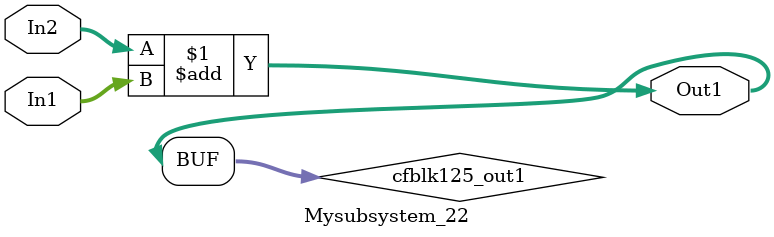
<source format=v>



`timescale 1 ns / 1 ns

module Mysubsystem_22
          (In1,
           In2,
           Out1);


  input   [7:0] In1;  // uint8
  input   [7:0] In2;  // uint8
  output  [7:0] Out1;  // uint8


  wire [7:0] cfblk125_out1;  // uint8


  assign cfblk125_out1 = In2 + In1;



  assign Out1 = cfblk125_out1;

endmodule  // Mysubsystem_22


</source>
